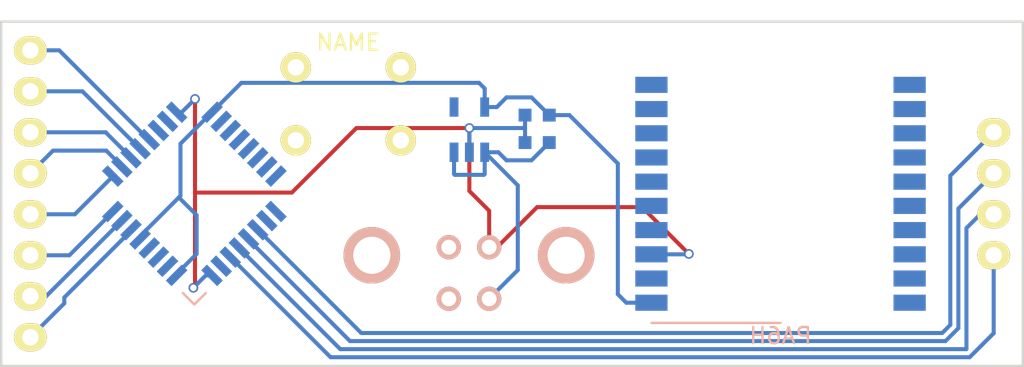
<source format=kicad_pcb>
(kicad_pcb (version 4) (host pcbnew 4.0.7-e2-6376~58~ubuntu16.04.1)

  (general
    (links 0)
    (no_connects 0)
    (area 75.616999 71.529 155.269001 94.939001)
    (thickness 1.6)
    (drawings 5)
    (tracks 112)
    (zones 0)
    (modules 9)
    (nets 1)
  )

  (page A4)
  (layers
    (0 F.Cu signal)
    (31 B.Cu signal)
    (32 B.Adhes user)
    (33 F.Adhes user)
    (34 B.Paste user)
    (35 F.Paste user)
    (36 B.SilkS user)
    (37 F.SilkS user)
    (38 B.Mask user)
    (39 F.Mask user)
    (40 Dwgs.User user)
    (41 Cmts.User user)
    (42 Eco1.User user)
    (43 Eco2.User user)
    (44 Edge.Cuts user)
    (45 Margin user)
    (46 B.CrtYd user)
    (47 F.CrtYd user)
    (48 B.Fab user)
    (49 F.Fab user)
  )

  (setup
    (last_trace_width 0.25)
    (trace_clearance 0.2)
    (zone_clearance 0.508)
    (zone_45_only no)
    (trace_min 0.2)
    (segment_width 0.2)
    (edge_width 0.15)
    (via_size 0.6)
    (via_drill 0.4)
    (via_min_size 0.4)
    (via_min_drill 0.3)
    (uvia_size 0.3)
    (uvia_drill 0.1)
    (uvias_allowed no)
    (uvia_min_size 0.2)
    (uvia_min_drill 0.1)
    (pcb_text_width 0.3)
    (pcb_text_size 1.5 1.5)
    (mod_edge_width 0.15)
    (mod_text_size 1 1)
    (mod_text_width 0.15)
    (pad_size 1.524 1.524)
    (pad_drill 0.762)
    (pad_to_mask_clearance 0.2)
    (aux_axis_origin 0 0)
    (visible_elements FFFFFF7F)
    (pcbplotparams
      (layerselection 0x00030_80000001)
      (usegerberextensions false)
      (excludeedgelayer true)
      (linewidth 0.100000)
      (plotframeref false)
      (viasonmask false)
      (mode 1)
      (useauxorigin false)
      (hpglpennumber 1)
      (hpglpenspeed 20)
      (hpglpendiameter 15)
      (hpglpenoverlay 2)
      (psnegative false)
      (psa4output false)
      (plotreference true)
      (plotvalue true)
      (plotinvisibletext false)
      (padsonsilk false)
      (subtractmaskfromsilk false)
      (outputformat 1)
      (mirror false)
      (drillshape 1)
      (scaleselection 1)
      (outputdirectory ""))
  )

  (net 0 "")

  (net_class Default "This is the default net class."
    (clearance 0.2)
    (trace_width 0.25)
    (via_dia 0.6)
    (via_drill 0.4)
    (uvia_dia 0.3)
    (uvia_drill 0.1)
  )

  (module 00my_modules:Wurth_61400413321_usb (layer B.Cu) (tedit 0) (tstamp 5B061CFA)
    (at 112.776 87.884)
    (descr Wurth_61400413321)
    (tags usb)
    (fp_text reference "" (at 0 1) (layer B.SilkS)
      (effects (font (size 0.5 0.5) (thickness 0.01)) (justify mirror))
    )
    (fp_text value "" (at 0 -1) (layer B.Fab)
      (effects (font (size 0.5 0.5) (thickness 0.01)) (justify mirror))
    )
    (fp_text user USB (at 0 0.9) (layer B.Fab)
      (effects (font (size 1 1) (thickness 0.15)) (justify mirror))
    )
    (fp_line (start -6.1 -4.72) (end -6.1 6.48) (layer B.CrtYd) (width 0.05))
    (fp_line (start 6.1 -4.72) (end 6.1 6.48) (layer B.CrtYd) (width 0.05))
    (fp_line (start -6.1 6.48) (end 6.1 6.48) (layer B.CrtYd) (width 0.05))
    (fp_line (start -6.1 -4.72) (end 6.1 -4.72) (layer B.CrtYd) (width 0.05))
    (pad V thru_hole circle (at 1.25 2.7) (size 1.5 1.5) (drill 0.92) (layers *.Cu *.Mask B.SilkS))
    (pad - thru_hole circle (at -1.25 2.7) (size 1.5 1.5) (drill 0.92) (layers *.Cu *.Mask B.SilkS))
    (pad + thru_hole circle (at -1.25 -0.5) (size 1.5 1.5) (drill 0.92) (layers *.Cu *.Mask B.SilkS))
    (pad G thru_hole circle (at 1.25 -0.5) (size 1.5 1.5) (drill 0.92) (layers *.Cu *.Mask B.SilkS))
    (pad X thru_hole circle (at 6.02 0) (size 3.5 3.5) (drill 2.3) (layers *.Cu *.Mask B.SilkS))
    (pad X thru_hole circle (at -6.02 0) (size 3.5 3.5) (drill 2.3) (layers *.Cu *.Mask B.SilkS))
  )

  (module 00my_modules:R_0603 (layer B.Cu) (tedit 5B061CA7) (tstamp 5B06230F)
    (at 117 79.2)
    (descr R0603)
    (tags "resistor capacitor led 0603")
    (attr smd)
    (fp_text reference "" (at 0 0) (layer B.SilkS)
      (effects (font (size 0.5 0.5) (thickness 0.1)) (justify mirror))
    )
    (fp_text value C (at 0 0) (layer B.Fab)
      (effects (font (size 0.5 0.5) (thickness 0.01)) (justify mirror))
    )
    (fp_line (start -1.2 0.45) (end 1.2 0.45) (layer B.CrtYd) (width 0.01))
    (fp_line (start -1.2 -0.45) (end 1.2 -0.45) (layer B.CrtYd) (width 0.01))
    (fp_line (start -1.2 0.45) (end -1.2 -0.45) (layer B.CrtYd) (width 0.01))
    (fp_line (start 1.2 0.45) (end 1.2 -0.45) (layer B.CrtYd) (width 0.01))
    (pad 1 smd rect (at -0.75 0) (size 0.8 0.8) (layers B.Cu B.Paste B.Mask))
    (pad 2 smd rect (at 0.75 0) (size 0.8 0.8) (layers B.Cu B.Paste B.Mask))
  )

  (module 00my_modules:Pin_Header_Straight_1x08 (layer F.Cu) (tedit 0) (tstamp 5AE919B3)
    (at 85.598 75.184)
    (descr "Through hole pin header")
    (tags "pin header")
    (fp_text reference "" (at 0 -2.4) (layer F.SilkS)
      (effects (font (size 0.5 0.5) (thickness 0.01)))
    )
    (fp_text value "" (at 0 -3.1) (layer F.Fab)
      (effects (font (size 0.5 0.5) (thickness 0.01)))
    )
    (fp_line (start -1.75 -1.75) (end -1.75 19.53) (layer F.CrtYd) (width 0.05))
    (fp_line (start 1.75 -1.75) (end 1.75 19.53) (layer F.CrtYd) (width 0.05))
    (fp_line (start -1.75 -1.75) (end 1.75 -1.75) (layer F.CrtYd) (width 0.05))
    (fp_line (start -1.75 19.53) (end 1.75 19.53) (layer F.CrtYd) (width 0.05))
    (pad 1 thru_hole oval (at 0 0) (size 2.032 1.7272) (drill 1.016) (layers *.Cu *.Mask F.SilkS))
    (pad 2 thru_hole oval (at 0 2.54) (size 2.032 1.7272) (drill 1.016) (layers *.Cu *.Mask F.SilkS))
    (pad 3 thru_hole oval (at 0 5.08) (size 2.032 1.7272) (drill 1.016) (layers *.Cu *.Mask F.SilkS))
    (pad 4 thru_hole oval (at 0 7.62) (size 2.032 1.7272) (drill 1.016) (layers *.Cu *.Mask F.SilkS))
    (pad 5 thru_hole oval (at 0 10.16) (size 2.032 1.7272) (drill 1.016) (layers *.Cu *.Mask F.SilkS))
    (pad 6 thru_hole oval (at 0 12.7) (size 2.032 1.7272) (drill 1.016) (layers *.Cu *.Mask F.SilkS))
    (pad 7 thru_hole oval (at 0 15.24) (size 2.032 1.7272) (drill 1.016) (layers *.Cu *.Mask F.SilkS))
    (pad 8 thru_hole oval (at 0 17.78) (size 2.032 1.7272) (drill 1.016) (layers *.Cu *.Mask F.SilkS))
  )

  (module 00my_modules:Pin_Header_Straight_1x04 (layer F.Cu) (tedit 0) (tstamp 5AE9170B)
    (at 145.288 80.264)
    (descr "Through hole pin header")
    (tags "pin header")
    (fp_text reference "" (at 0 -2.4) (layer F.SilkS)
      (effects (font (size 0.5 0.5) (thickness 0.01)))
    )
    (fp_text value "" (at 0 -3.1) (layer F.Fab)
      (effects (font (size 0.5 0.5) (thickness 0.01)))
    )
    (fp_line (start -1.75 -1.75) (end -1.75 9.37) (layer F.CrtYd) (width 0.05))
    (fp_line (start 1.75 -1.75) (end 1.75 9.37) (layer F.CrtYd) (width 0.05))
    (fp_line (start -1.75 -1.75) (end 1.75 -1.75) (layer F.CrtYd) (width 0.05))
    (fp_line (start -1.75 9.37) (end 1.75 9.37) (layer F.CrtYd) (width 0.05))
    (pad 1 thru_hole oval (at 0 0) (size 2.032 1.7272) (drill 1.016) (layers *.Cu *.Mask F.SilkS))
    (pad 2 thru_hole oval (at 0 2.54) (size 2.032 1.7272) (drill 1.016) (layers *.Cu *.Mask F.SilkS))
    (pad 3 thru_hole oval (at 0 5.08) (size 2.032 1.7272) (drill 1.016) (layers *.Cu *.Mask F.SilkS))
    (pad 4 thru_hole oval (at 0 7.62) (size 2.032 1.7272) (drill 1.016) (layers *.Cu *.Mask F.SilkS))
  )

  (module 00my_modules:STM32_LQFP32 (layer B.Cu) (tedit 54130A77) (tstamp 5B061659)
    (at 95.758 84.074 45)
    (descr LQFP-32)
    (tags "smd lqfp")
    (attr smd)
    (fp_text reference "" (at 0 4.3 45) (layer B.SilkS)
      (effects (font (size 1 1) (thickness 0.15)) (justify mirror))
    )
    (fp_text value "" (at -1.5 3 45) (layer B.Fab)
      (effects (font (size 0.5 0.5) (thickness 0.01)) (justify mirror))
    )
    (fp_text user LQFP32 (at 0 0 45) (layer B.Fab)
      (effects (font (size 0.8 0.8) (thickness 0.1)) (justify mirror))
    )
    (fp_line (start -5.05 5.05) (end 5.05 5.05) (layer B.CrtYd) (width 0.01))
    (fp_line (start 5.05 5.05) (end 5.05 -5.05) (layer B.CrtYd) (width 0.01))
    (fp_line (start 5.05 -5.05) (end -5.05 -5.05) (layer B.CrtYd) (width 0.01))
    (fp_line (start -5.05 -5.05) (end -5.05 5.05) (layer B.CrtYd) (width 0.01))
    (fp_line (start -4.85 4.85) (end -4.85 3.85) (layer B.SilkS) (width 0.15))
    (fp_line (start -4.85 4.85) (end -3.85 4.85) (layer B.SilkS) (width 0.15))
    (fp_line (start -3.65 3.65) (end 3.65 3.65) (layer B.Fab) (width 0.01))
    (fp_line (start 3.65 3.65) (end 3.65 -3.65) (layer B.Fab) (width 0.01))
    (fp_line (start 3.65 -3.65) (end -3.65 -3.65) (layer B.Fab) (width 0.01))
    (fp_line (start -3.65 -3.65) (end -3.65 3.65) (layer B.Fab) (width 0.01))
    (pad 3.3 smd rect (at -4.35 2.8 45) (size 1.4 0.5) (layers B.Cu B.Paste B.Mask))
    (pad PF0 smd rect (at -4.35 2 45) (size 1.4 0.5) (layers B.Cu B.Paste B.Mask))
    (pad PF1 smd rect (at -4.35 1.2 45) (size 1.4 0.5) (layers B.Cu B.Paste B.Mask))
    (pad RST smd rect (at -4.35 0.4 45) (size 1.4 0.5) (layers B.Cu B.Paste B.Mask))
    (pad 3.3 smd rect (at -4.35 -0.4 45) (size 1.4 0.5) (layers B.Cu B.Paste B.Mask))
    (pad PA0 smd rect (at -4.35 -1.2 45) (size 1.4 0.5) (layers B.Cu B.Paste B.Mask))
    (pad PA1 smd rect (at -4.35 -2 45) (size 1.4 0.5) (layers B.Cu B.Paste B.Mask))
    (pad PA2 smd rect (at -4.35 -2.8 45) (size 1.4 0.5) (layers B.Cu B.Paste B.Mask))
    (pad PA3 smd rect (at -2.8 -4.35 315) (size 1.4 0.5) (layers B.Cu B.Paste B.Mask))
    (pad PA4 smd rect (at -2 -4.35 315) (size 1.4 0.5) (layers B.Cu B.Paste B.Mask))
    (pad PA5 smd rect (at -1.2 -4.35 315) (size 1.4 0.5) (layers B.Cu B.Paste B.Mask))
    (pad PA6 smd rect (at -0.4 -4.35 315) (size 1.4 0.5) (layers B.Cu B.Paste B.Mask))
    (pad PA7 smd rect (at 0.4 -4.35 315) (size 1.4 0.5) (layers B.Cu B.Paste B.Mask))
    (pad PB0 smd rect (at 1.2 -4.35 315) (size 1.4 0.5) (layers B.Cu B.Paste B.Mask))
    (pad PB1 smd rect (at 2 -4.35 315) (size 1.4 0.5) (layers B.Cu B.Paste B.Mask))
    (pad GND smd rect (at 2.8 -4.35 315) (size 1.4 0.5) (layers B.Cu B.Paste B.Mask))
    (pad PA14 smd rect (at 4.35 2.8 45) (size 1.4 0.5) (layers B.Cu B.Paste B.Mask))
    (pad PA13 smd rect (at 4.35 2 45) (size 1.4 0.5) (layers B.Cu B.Paste B.Mask))
    (pad PA12 smd rect (at 4.35 1.2 45) (size 1.4 0.5) (layers B.Cu B.Paste B.Mask))
    (pad PA11 smd rect (at 4.35 0.4 45) (size 1.4 0.5) (layers B.Cu B.Paste B.Mask))
    (pad PA10 smd rect (at 4.35 -0.4 45) (size 1.4 0.5) (layers B.Cu B.Paste B.Mask))
    (pad PA9 smd rect (at 4.35 -1.2 45) (size 1.4 0.5) (layers B.Cu B.Paste B.Mask))
    (pad PA8 smd rect (at 4.35 -2 45) (size 1.4 0.5) (layers B.Cu B.Paste B.Mask))
    (pad 3.3 smd rect (at 4.35 -2.8 45) (size 1.4 0.5) (layers B.Cu B.Paste B.Mask))
    (pad GND smd rect (at -2.8 4.35 315) (size 1.4 0.5) (layers B.Cu B.Paste B.Mask))
    (pad BOOT smd rect (at -2 4.35 315) (size 1.4 0.5) (layers B.Cu B.Paste B.Mask))
    (pad PB7 smd rect (at -1.2 4.35 315) (size 1.4 0.5) (layers B.Cu B.Paste B.Mask))
    (pad PB6 smd rect (at -0.4 4.35 315) (size 1.4 0.5) (layers B.Cu B.Paste B.Mask))
    (pad PB5 smd rect (at 0.4 4.35 315) (size 1.4 0.5) (layers B.Cu B.Paste B.Mask))
    (pad PB4 smd rect (at 1.2 4.35 315) (size 1.4 0.5) (layers B.Cu B.Paste B.Mask))
    (pad PB3 smd rect (at 2 4.35 315) (size 1.4 0.5) (layers B.Cu B.Paste B.Mask))
    (pad PA15 smd rect (at 2.8 4.35 315) (size 1.4 0.5) (layers B.Cu B.Paste B.Mask))
  )

  (module 00my_modules:PA6H (layer B.Cu) (tedit 5415CC62) (tstamp 5B06193E)
    (at 132.08 84.074)
    (descr PA6H)
    (tags "PA6H gps")
    (fp_text reference PA6H (at 0 8.8) (layer B.SilkS)
      (effects (font (size 1 1) (thickness 0.15)) (justify mirror))
    )
    (fp_text value GPS (at 0 7) (layer B.Fab)
      (effects (font (size 1 1) (thickness 0.15)) (justify mirror))
    )
    (fp_line (start -8 8) (end -8 -8) (layer B.CrtYd) (width 0.05))
    (fp_line (start 8 8) (end 8 -8) (layer B.CrtYd) (width 0.05))
    (fp_line (start -8 8) (end 8 8) (layer B.CrtYd) (width 0.05))
    (fp_line (start -8 -8) (end 8 -8) (layer B.CrtYd) (width 0.05))
    (fp_line (start -8 8) (end 0 8) (layer B.SilkS) (width 0.15))
    (pad VCC smd rect (at -8 6.75) (size 2 1) (layers B.Cu B.Paste B.Mask))
    (pad 2 smd rect (at -8 5.25) (size 2 1) (layers B.Cu B.Paste B.Mask))
    (pad GND smd rect (at -8 3.75) (size 2 1) (layers B.Cu B.Paste B.Mask))
    (pad 4 smd rect (at -8 2.25) (size 2 1) (layers B.Cu B.Paste B.Mask))
    (pad 5 smd rect (at -8 0.75) (size 2 1) (layers B.Cu B.Paste B.Mask))
    (pad 6 smd rect (at -8 -0.75) (size 2 1) (layers B.Cu B.Paste B.Mask))
    (pad 7 smd rect (at -8 -2.25) (size 2 1) (layers B.Cu B.Paste B.Mask))
    (pad 8 smd rect (at -8 -3.75) (size 2 1) (layers B.Cu B.Paste B.Mask))
    (pad TX smd rect (at -8 -5.25) (size 2 1) (layers B.Cu B.Paste B.Mask))
    (pad RX smd rect (at -8 -6.75) (size 2 1) (layers B.Cu B.Paste B.Mask))
    (pad 11 smd rect (at 8 -6.75) (size 2 1) (layers B.Cu B.Paste B.Mask))
    (pad 12 smd rect (at 8 -5.25) (size 2 1) (layers B.Cu B.Paste B.Mask))
    (pad 13 smd rect (at 8 -3.75) (size 2 1) (layers B.Cu B.Paste B.Mask))
    (pad 14 smd rect (at 8 -2.25) (size 2 1) (layers B.Cu B.Paste B.Mask))
    (pad 15 smd rect (at 8 -0.75) (size 2 1) (layers B.Cu B.Paste B.Mask))
    (pad 16 smd rect (at 8 0.75) (size 2 1) (layers B.Cu B.Paste B.Mask))
    (pad 17 smd rect (at 8 2.25) (size 2 1) (layers B.Cu B.Paste B.Mask))
    (pad 18 smd rect (at 8 3.75) (size 2 1) (layers B.Cu B.Paste B.Mask))
    (pad 19 smd rect (at 8 5.25) (size 2 1) (layers B.Cu B.Paste B.Mask))
    (pad 20 smd rect (at 8 6.75) (size 2 1) (layers B.Cu B.Paste B.Mask))
  )

  (module 00my_modules:AP2112 (layer B.Cu) (tedit 58CE4E80) (tstamp 5B061F9D)
    (at 112.8 80.1 90)
    (descr SOT25)
    (tags SOT25)
    (attr smd)
    (fp_text reference "" (at 0 2.5 90) (layer B.SilkS)
      (effects (font (size 1 1) (thickness 0.15)) (justify mirror))
    )
    (fp_text value "" (at 0 -2.05 90) (layer B.Fab)
      (effects (font (size 0.5 0.5) (thickness 0.01)) (justify mirror))
    )
    (fp_text user SOT25 (at 0 0 360) (layer B.Fab)
      (effects (font (size 0.5 0.5) (thickness 0.01)) (justify mirror))
    )
    (fp_line (start -0.8 1.5) (end 0.8 1.5) (layer B.Fab) (width 0.01))
    (fp_line (start -0.8 -1.5) (end 0.8 -1.5) (layer B.Fab) (width 0.01))
    (fp_line (start -0.8 1.5) (end -0.8 -1.5) (layer B.Fab) (width 0.01))
    (fp_line (start 0.8 1.5) (end 0.8 -1.5) (layer B.Fab) (width 0.01))
    (fp_line (start -0.8 1.5) (end -0.8 -1.5) (layer B.Fab) (width 0.01))
    (fp_line (start 0.8 1.5) (end 0.8 -1.5) (layer B.Fab) (width 0.01))
    (fp_line (start -2.3 1.7) (end 2.3 1.7) (layer B.CrtYd) (width 0.01))
    (fp_line (start -2.3 1.7) (end -2.3 -1.7) (layer B.CrtYd) (width 0.01))
    (fp_line (start 2.3 -1.7) (end 2.3 1.7) (layer B.CrtYd) (width 0.01))
    (fp_line (start 2.3 -1.7) (end -2.3 -1.7) (layer B.CrtYd) (width 0.01))
    (pad VIN smd rect (at -1.4 0.95 90) (size 1.2 0.55) (layers B.Cu B.Paste B.Mask))
    (pad GND smd rect (at -1.4 0 90) (size 1.2 0.55) (layers B.Cu B.Paste B.Mask))
    (pad EN smd rect (at -1.4 -0.95 90) (size 1.2 0.55) (layers B.Cu B.Paste B.Mask))
    (pad NC smd rect (at 1.4 -0.95 90) (size 1.2 0.55) (layers B.Cu B.Paste B.Mask))
    (pad VOUT smd rect (at 1.4 0.95 90) (size 1.2 0.55) (layers B.Cu B.Paste B.Mask))
  )

  (module 00my_modules:R_0603 (layer B.Cu) (tedit 5B061CA7) (tstamp 5B0622E8)
    (at 117 80.9)
    (descr R0603)
    (tags "resistor capacitor led 0603")
    (attr smd)
    (fp_text reference "" (at 0 0) (layer B.SilkS)
      (effects (font (size 0.5 0.5) (thickness 0.1)) (justify mirror))
    )
    (fp_text value C (at 0 0) (layer B.Fab)
      (effects (font (size 0.5 0.5) (thickness 0.01)) (justify mirror))
    )
    (fp_line (start -1.2 0.45) (end 1.2 0.45) (layer B.CrtYd) (width 0.01))
    (fp_line (start -1.2 -0.45) (end 1.2 -0.45) (layer B.CrtYd) (width 0.01))
    (fp_line (start -1.2 0.45) (end -1.2 -0.45) (layer B.CrtYd) (width 0.01))
    (fp_line (start 1.2 0.45) (end 1.2 -0.45) (layer B.CrtYd) (width 0.01))
    (pad 1 smd rect (at -0.75 0) (size 0.8 0.8) (layers B.Cu B.Paste B.Mask))
    (pad 2 smd rect (at 0.75 0) (size 0.8 0.8) (layers B.Cu B.Paste B.Mask))
  )

  (module 00my_modules:BUTTON4 (layer F.Cu) (tedit 58723FBE) (tstamp 5B062612)
    (at 105.3 78.5)
    (descr button4)
    (tags "SPST button tactile switch")
    (fp_text reference NAME (at 0 -3.81) (layer F.SilkS)
      (effects (font (size 1 1) (thickness 0.15)))
    )
    (fp_text value "" (at 0 3.81) (layer F.Fab)
      (effects (font (size 1 1) (thickness 0.15)))
    )
    (fp_line (start -2.54 1.27) (end -2.54 0.508) (layer F.Fab) (width 0.2032))
    (fp_line (start -2.54 -0.508) (end -2.54 -1.27) (layer F.Fab) (width 0.2032))
    (fp_line (start -2.54 0.508) (end -2.159 -0.381) (layer F.Fab) (width 0.2032))
    (fp_line (start 2.54 1.27) (end 2.54 0.508) (layer F.Fab) (width 0.2032))
    (fp_line (start 2.54 -0.508) (end 2.54 -1.27) (layer F.Fab) (width 0.2032))
    (fp_line (start 2.54 0.508) (end 2.159 -0.381) (layer F.Fab) (width 0.2032))
    (fp_line (start -3.048 -3.048) (end -3.048 3.048) (layer F.Fab) (width 0.2032))
    (fp_line (start 3.048 -3.048) (end 3.048 3.048) (layer F.Fab) (width 0.2032))
    (fp_line (start -3.048 -3.048) (end 3.048 -3.048) (layer F.Fab) (width 0.2032))
    (fp_line (start -3.048 3.048) (end 3.048 3.048) (layer F.Fab) (width 0.2032))
    (pad 1 thru_hole circle (at -3.2512 2.2606) (size 1.8796 1.8796) (drill 1.016) (layers *.Cu *.Mask F.SilkS))
    (pad 2 thru_hole circle (at 3.2512 2.2606) (size 1.8796 1.8796) (drill 1.016) (layers *.Cu *.Mask F.SilkS))
    (pad 3 thru_hole circle (at -3.2512 -2.2606) (size 1.8796 1.8796) (drill 1.016) (layers *.Cu *.Mask F.SilkS))
    (pad 4 thru_hole circle (at 3.2512 -2.2606) (size 1.8796 1.8796) (drill 1.016) (layers *.Cu *.Mask F.SilkS))
  )

  (gr_line (start 83.792 73.406) (end 83.792 94.742) (angle 90) (layer Edge.Cuts) (width 0.15))
  (gr_line (start 147.094 84.074) (end 147.094 94.742) (angle 90) (layer Edge.Cuts) (width 0.15))
  (gr_line (start 147.094 84.174) (end 147.094 73.506) (angle 90) (layer Edge.Cuts) (width 0.15))
  (gr_line (start 83.82 73.406) (end 147.066 73.406) (angle 90) (layer Edge.Cuts) (width 0.15))
  (gr_line (start 83.82 94.742) (end 147.066 94.742) (angle 90) (layer Edge.Cuts) (width 0.15))

  (segment (start 112.8 80) (end 105.8 80) (width 0.25) (layer F.Cu) (net 0))
  (segment (start 101.8 84) (end 95.8 84) (width 0.25) (layer F.Cu) (net 0) (tstamp 5B062389))
  (segment (start 105.8 80) (end 101.8 84) (width 0.25) (layer F.Cu) (net 0) (tstamp 5B062387))
  (segment (start 96.854016 89.129813) (end 96.470187 89.129813) (width 0.25) (layer B.Cu) (net 0))
  (segment (start 96.470187 89.129813) (end 95.7 89.9) (width 0.25) (layer B.Cu) (net 0) (tstamp 5B06237F))
  (via (at 95.7 89.9) (size 0.6) (drill 0.4) (layers F.Cu B.Cu) (net 0))
  (segment (start 95.7 89.9) (end 95.8 89.8) (width 0.25) (layer F.Cu) (net 0) (tstamp 5B062381))
  (segment (start 95.8 89.8) (end 95.8 84) (width 0.25) (layer F.Cu) (net 0) (tstamp 5B062382))
  (segment (start 95.8 78.2) (end 94.981813 79.018187) (width 0.25) (layer B.Cu) (net 0) (tstamp 5B062384))
  (segment (start 95.8 84) (end 95.8 78.2) (width 0.25) (layer F.Cu) (net 0) (tstamp 5B06238C))
  (via (at 95.8 78.2) (size 0.6) (drill 0.4) (layers F.Cu B.Cu) (net 0))
  (segment (start 94.981813 79.018187) (end 94.661984 79.018187) (width 0.25) (layer B.Cu) (net 0) (tstamp 5B062385))
  (segment (start 94.661984 89.129813) (end 94.661984 89.038016) (width 0.25) (layer B.Cu) (net 0))
  (segment (start 94.661984 89.038016) (end 95.9 87.8) (width 0.25) (layer B.Cu) (net 0) (tstamp 5B062377))
  (segment (start 95.9 87.8) (end 95.9 85.4) (width 0.25) (layer B.Cu) (net 0) (tstamp 5B062378))
  (segment (start 95.9 85.4) (end 94.8 84.3) (width 0.25) (layer B.Cu) (net 0) (tstamp 5B06237A))
  (segment (start 92.399243 86.867072) (end 92.399243 86.700757) (width 0.25) (layer B.Cu) (net 0))
  (segment (start 92.399243 86.700757) (end 94.8 84.3) (width 0.25) (layer B.Cu) (net 0) (tstamp 5B062371))
  (segment (start 94.8 84.3) (end 94.9 84.2) (width 0.25) (layer B.Cu) (net 0) (tstamp 5B06237D))
  (segment (start 94.9 84.2) (end 94.9 80.972203) (width 0.25) (layer B.Cu) (net 0) (tstamp 5B062372))
  (segment (start 94.9 80.972203) (end 96.854016 79.018187) (width 0.25) (layer B.Cu) (net 0) (tstamp 5B062374))
  (segment (start 113.75 78.7) (end 113.75 77.55) (width 0.25) (layer B.Cu) (net 0))
  (segment (start 98.672203 77.2) (end 96.854016 79.018187) (width 0.25) (layer B.Cu) (net 0) (tstamp 5B06236E))
  (segment (start 113.4 77.2) (end 98.672203 77.2) (width 0.25) (layer B.Cu) (net 0) (tstamp 5B06236D))
  (segment (start 113.75 77.55) (end 113.4 77.2) (width 0.25) (layer B.Cu) (net 0) (tstamp 5B06236C))
  (segment (start 99.682443 86.301386) (end 99.701386 86.301386) (width 0.25) (layer B.Cu) (net 0))
  (segment (start 99.701386 86.301386) (end 106.1 92.7) (width 0.25) (layer B.Cu) (net 0) (tstamp 5B062364))
  (segment (start 106.1 92.7) (end 142.1 92.7) (width 0.25) (layer B.Cu) (net 0) (tstamp 5B062365))
  (segment (start 142.1 92.7) (end 142.6 92.2) (width 0.25) (layer B.Cu) (net 0) (tstamp 5B062367))
  (segment (start 142.6 92.2) (end 142.6 82.952) (width 0.25) (layer B.Cu) (net 0) (tstamp 5B062368))
  (segment (start 142.6 82.952) (end 145.288 80.264) (width 0.25) (layer B.Cu) (net 0) (tstamp 5B062369))
  (segment (start 99.116757 86.867072) (end 99.116757 86.916757) (width 0.25) (layer B.Cu) (net 0))
  (segment (start 99.116757 86.916757) (end 105.4 93.2) (width 0.25) (layer B.Cu) (net 0) (tstamp 5B06235C))
  (segment (start 105.4 93.2) (end 142.3 93.2) (width 0.25) (layer B.Cu) (net 0) (tstamp 5B06235D))
  (segment (start 142.3 93.2) (end 143.1 92.4) (width 0.25) (layer B.Cu) (net 0) (tstamp 5B06235F))
  (segment (start 143.1 92.4) (end 143.1 84.992) (width 0.25) (layer B.Cu) (net 0) (tstamp 5B062360))
  (segment (start 143.1 84.992) (end 145.288 82.804) (width 0.25) (layer B.Cu) (net 0) (tstamp 5B062361))
  (segment (start 98.551072 87.432757) (end 98.551072 87.451072) (width 0.25) (layer B.Cu) (net 0))
  (segment (start 98.551072 87.451072) (end 104.8 93.7) (width 0.25) (layer B.Cu) (net 0) (tstamp 5B062355))
  (segment (start 104.8 93.7) (end 143.6 93.7) (width 0.25) (layer B.Cu) (net 0) (tstamp 5B062356))
  (segment (start 143.6 93.7) (end 143.6 86.2) (width 0.25) (layer B.Cu) (net 0) (tstamp 5B062358))
  (segment (start 143.6 86.2) (end 144.456 85.344) (width 0.25) (layer B.Cu) (net 0) (tstamp 5B062359))
  (segment (start 144.456 85.344) (end 145.288 85.344) (width 0.25) (layer B.Cu) (net 0) (tstamp 5B06235A))
  (segment (start 97.985386 87.998443) (end 97.998443 87.998443) (width 0.25) (layer B.Cu) (net 0))
  (segment (start 97.998443 87.998443) (end 104.2 94.2) (width 0.25) (layer B.Cu) (net 0) (tstamp 5B06234D))
  (segment (start 104.2 94.2) (end 143.8 94.2) (width 0.25) (layer B.Cu) (net 0) (tstamp 5B06234E))
  (segment (start 143.8 94.2) (end 145.288 92.712) (width 0.25) (layer B.Cu) (net 0) (tstamp 5B062350))
  (segment (start 145.288 92.712) (end 145.288 87.884) (width 0.25) (layer B.Cu) (net 0) (tstamp 5B062352))
  (segment (start 114.026 87.384) (end 114.516 87.384) (width 0.25) (layer F.Cu) (net 0))
  (segment (start 114.516 87.384) (end 117 84.9) (width 0.25) (layer F.Cu) (net 0) (tstamp 5B062344))
  (segment (start 126.376 87.824) (end 124.08 87.824) (width 0.25) (layer B.Cu) (net 0) (tstamp 5B06234B))
  (segment (start 126.4 87.8) (end 126.376 87.824) (width 0.25) (layer B.Cu) (net 0) (tstamp 5B06234A))
  (via (at 126.4 87.8) (size 0.6) (drill 0.4) (layers F.Cu B.Cu) (net 0))
  (segment (start 123.5 84.9) (end 126.4 87.8) (width 0.25) (layer F.Cu) (net 0) (tstamp 5B062347))
  (segment (start 117 84.9) (end 123.5 84.9) (width 0.25) (layer F.Cu) (net 0) (tstamp 5B062345))
  (segment (start 117.75 79.2) (end 119 79.2) (width 0.25) (layer B.Cu) (net 0))
  (segment (start 122.524 90.824) (end 124.08 90.824) (width 0.25) (layer B.Cu) (net 0) (tstamp 5B062342))
  (segment (start 122 90.3) (end 122.524 90.824) (width 0.25) (layer B.Cu) (net 0) (tstamp 5B062341))
  (segment (start 122 82.2) (end 122 90.3) (width 0.25) (layer B.Cu) (net 0) (tstamp 5B06233F))
  (segment (start 119 79.2) (end 122 82.2) (width 0.25) (layer B.Cu) (net 0) (tstamp 5B06233D))
  (segment (start 113.75 81.5) (end 114.6 81.5) (width 0.25) (layer B.Cu) (net 0))
  (segment (start 116.65 82) (end 117.75 80.9) (width 0.25) (layer B.Cu) (net 0) (tstamp 5B062330))
  (segment (start 115.1 82) (end 116.65 82) (width 0.25) (layer B.Cu) (net 0) (tstamp 5B06232F))
  (segment (start 114.6 81.5) (end 115.1 82) (width 0.25) (layer B.Cu) (net 0) (tstamp 5B06232E))
  (segment (start 113.75 78.7) (end 114.5 78.7) (width 0.25) (layer B.Cu) (net 0))
  (segment (start 116.65 78.1) (end 117.75 79.2) (width 0.25) (layer B.Cu) (net 0) (tstamp 5B06232B))
  (segment (start 115.1 78.1) (end 116.65 78.1) (width 0.25) (layer B.Cu) (net 0) (tstamp 5B06232A))
  (segment (start 114.5 78.7) (end 115.1 78.1) (width 0.25) (layer B.Cu) (net 0) (tstamp 5B062329))
  (segment (start 112.8 80) (end 116.25 80) (width 0.25) (layer B.Cu) (net 0))
  (segment (start 116.25 79.2) (end 116.25 80) (width 0.25) (layer B.Cu) (net 0))
  (segment (start 116.25 80) (end 116.25 80.9) (width 0.25) (layer B.Cu) (net 0) (tstamp 5B062327))
  (segment (start 114.026 87.384) (end 114.084 87.384) (width 0.25) (layer F.Cu) (net 0))
  (segment (start 113.75 81.5) (end 113.75 82.85) (width 0.25) (layer B.Cu) (net 0))
  (segment (start 111.85 82.85) (end 111.85 81.5) (width 0.25) (layer B.Cu) (net 0) (tstamp 5B062045))
  (segment (start 111.9 82.9) (end 111.85 82.85) (width 0.25) (layer B.Cu) (net 0) (tstamp 5B062044))
  (segment (start 113.7 82.9) (end 111.9 82.9) (width 0.25) (layer B.Cu) (net 0) (tstamp 5B062043))
  (segment (start 113.75 82.85) (end 113.7 82.9) (width 0.25) (layer B.Cu) (net 0) (tstamp 5B062042))
  (segment (start 114.026 90.584) (end 114.026 90.574) (width 0.25) (layer B.Cu) (net 0))
  (segment (start 114.026 90.574) (end 115.8 88.8) (width 0.25) (layer B.Cu) (net 0) (tstamp 5B06203C))
  (segment (start 115.8 88.8) (end 115.8 83.55) (width 0.25) (layer B.Cu) (net 0) (tstamp 5B06203D))
  (segment (start 115.8 83.55) (end 113.75 81.5) (width 0.25) (layer B.Cu) (net 0) (tstamp 5B06203F))
  (segment (start 114.026 87.384) (end 114.026 85.126) (width 0.25) (layer F.Cu) (net 0))
  (segment (start 112.8 80) (end 112.8 81.5) (width 0.25) (layer B.Cu) (net 0) (tstamp 5B062039))
  (via (at 112.8 80) (size 0.6) (drill 0.4) (layers F.Cu B.Cu) (net 0))
  (segment (start 112.8 83.9) (end 112.8 80) (width 0.25) (layer F.Cu) (net 0) (tstamp 5B062036))
  (segment (start 114.026 85.126) (end 112.8 83.9) (width 0.25) (layer F.Cu) (net 0) (tstamp 5B062034))
  (segment (start 92.964928 80.715243) (end 92.915243 80.715243) (width 0.25) (layer B.Cu) (net 0))
  (segment (start 92.915243 80.715243) (end 87.384 75.184) (width 0.25) (layer B.Cu) (net 0) (tstamp 5B061FFF))
  (segment (start 87.384 75.184) (end 85.598 75.184) (width 0.25) (layer B.Cu) (net 0) (tstamp 5B062000))
  (segment (start 92.399243 81.280928) (end 92.380928 81.280928) (width 0.25) (layer B.Cu) (net 0))
  (segment (start 92.380928 81.280928) (end 88.824 77.724) (width 0.25) (layer B.Cu) (net 0) (tstamp 5B061FFB))
  (segment (start 88.824 77.724) (end 85.598 77.724) (width 0.25) (layer B.Cu) (net 0) (tstamp 5B061FFC))
  (segment (start 91.833557 81.846614) (end 91.833557 81.833557) (width 0.25) (layer B.Cu) (net 0))
  (segment (start 91.833557 81.833557) (end 90.264 80.264) (width 0.25) (layer B.Cu) (net 0) (tstamp 5B061FF7))
  (segment (start 90.264 80.264) (end 85.598 80.264) (width 0.25) (layer B.Cu) (net 0) (tstamp 5B061FF8))
  (segment (start 91.267872 82.412299) (end 91.267872 82.367872) (width 0.25) (layer B.Cu) (net 0))
  (segment (start 91.267872 82.367872) (end 90.3 81.4) (width 0.25) (layer B.Cu) (net 0) (tstamp 5B061FF2))
  (segment (start 90.3 81.4) (end 87.002 81.4) (width 0.25) (layer B.Cu) (net 0) (tstamp 5B061FF3))
  (segment (start 87.002 81.4) (end 85.598 82.804) (width 0.25) (layer B.Cu) (net 0) (tstamp 5B061FF4))
  (segment (start 90.702187 82.977984) (end 90.702187 82.997813) (width 0.25) (layer B.Cu) (net 0))
  (segment (start 90.702187 82.997813) (end 88.356 85.344) (width 0.25) (layer B.Cu) (net 0) (tstamp 5B061FEE))
  (segment (start 88.356 85.344) (end 85.598 85.344) (width 0.25) (layer B.Cu) (net 0) (tstamp 5B061FEF))
  (segment (start 91.833557 86.301386) (end 91.833557 86.366443) (width 0.25) (layer B.Cu) (net 0))
  (segment (start 91.833557 86.366443) (end 87.7 90.5) (width 0.25) (layer B.Cu) (net 0) (tstamp 5B061FE9))
  (segment (start 87.7 90.5) (end 87.7 90.862) (width 0.25) (layer B.Cu) (net 0) (tstamp 5B061FEA))
  (segment (start 87.7 90.862) (end 85.598 92.964) (width 0.25) (layer B.Cu) (net 0) (tstamp 5B061FEC))
  (segment (start 91.267872 85.735701) (end 91.264299 85.735701) (width 0.25) (layer B.Cu) (net 0))
  (segment (start 91.264299 85.735701) (end 86.576 90.424) (width 0.25) (layer B.Cu) (net 0) (tstamp 5B061FE6))
  (segment (start 86.576 90.424) (end 85.598 90.424) (width 0.25) (layer B.Cu) (net 0) (tstamp 5B061FE7))
  (segment (start 90.702187 85.170016) (end 90.702187 85.197813) (width 0.25) (layer B.Cu) (net 0))
  (segment (start 90.702187 85.197813) (end 88.016 87.884) (width 0.25) (layer B.Cu) (net 0) (tstamp 5B061FE2))
  (segment (start 88.016 87.884) (end 85.598 87.884) (width 0.25) (layer B.Cu) (net 0) (tstamp 5B061FE3))

)

</source>
